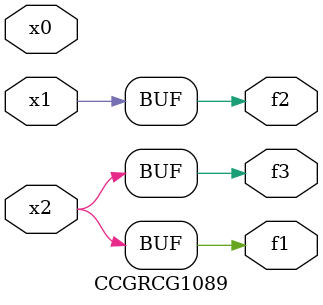
<source format=v>
module CCGRCG1089(
	input x0, x1, x2,
	output f1, f2, f3
);
	assign f1 = x2;
	assign f2 = x1;
	assign f3 = x2;
endmodule

</source>
